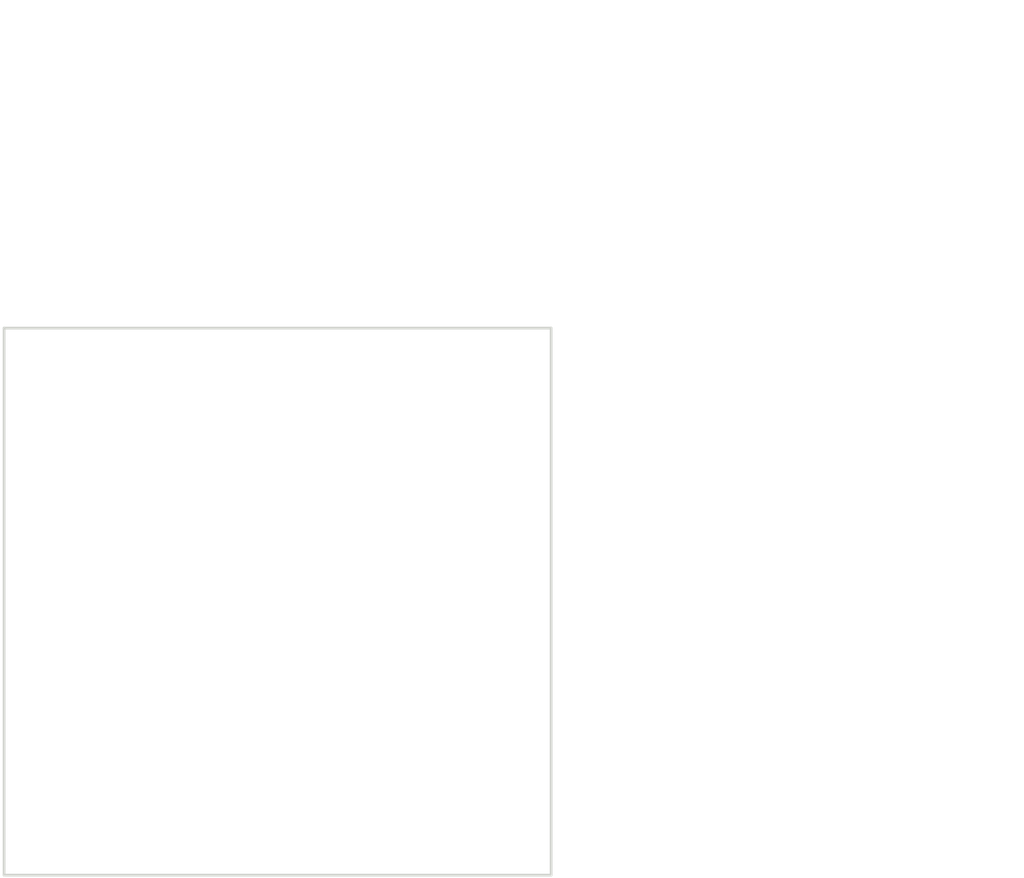
<source format=kicad_pcb>
(kicad_pcb (version 20171130) (host pcbnew 5.1.9+dfsg1-1+deb11u1)

  (general
    (thickness 1.6)
    (drawings 6)
    (tracks 0)
    (zones 0)
    (modules 0)
    (nets 1)
  )

  (page A4)
  (layers
    (0 F.Cu signal)
    (31 B.Cu signal)
    (32 B.Adhes user)
    (33 F.Adhes user)
    (34 B.Paste user)
    (35 F.Paste user)
    (36 B.SilkS user)
    (37 F.SilkS user)
    (38 B.Mask user)
    (39 F.Mask user)
    (40 Dwgs.User user)
    (41 Cmts.User user)
    (42 Eco1.User user)
    (43 Eco2.User user)
    (44 Edge.Cuts user)
    (45 Margin user)
    (46 B.CrtYd user)
    (47 F.CrtYd user)
    (48 B.Fab user)
    (49 F.Fab user)
  )

  (setup
    (last_trace_width 0.25)
    (trace_clearance 0.2)
    (zone_clearance 0.508)
    (zone_45_only no)
    (trace_min 0.2)
    (via_size 0.8)
    (via_drill 0.4)
    (via_min_size 0.4)
    (via_min_drill 0.3)
    (uvia_size 0.3)
    (uvia_drill 0.1)
    (uvias_allowed no)
    (uvia_min_size 0.2)
    (uvia_min_drill 0.1)
    (edge_width 0.05)
    (segment_width 0.2)
    (pcb_text_width 0.3)
    (pcb_text_size 1.5 1.5)
    (mod_edge_width 0.12)
    (mod_text_size 1 1)
    (mod_text_width 0.15)
    (pad_size 1.524 1.524)
    (pad_drill 0.762)
    (pad_to_mask_clearance 0)
    (aux_axis_origin 0 0)
    (visible_elements FFFFFF7F)
    (pcbplotparams
      (layerselection 0x010fc_ffffffff)
      (usegerberextensions false)
      (usegerberattributes true)
      (usegerberadvancedattributes true)
      (creategerberjobfile true)
      (excludeedgelayer true)
      (linewidth 0.100000)
      (plotframeref false)
      (viasonmask false)
      (mode 1)
      (useauxorigin false)
      (hpglpennumber 1)
      (hpglpenspeed 20)
      (hpglpendiameter 15.000000)
      (psnegative false)
      (psa4output false)
      (plotreference true)
      (plotvalue true)
      (plotinvisibletext false)
      (padsonsilk false)
      (subtractmaskfromsilk false)
      (outputformat 1)
      (mirror false)
      (drillshape 1)
      (scaleselection 1)
      (outputdirectory ""))
  )

  (net 0 "")

  (net_class Default "This is the default net class."
    (clearance 0.2)
    (trace_width 0.25)
    (via_dia 0.8)
    (via_drill 0.4)
    (uvia_dia 0.3)
    (uvia_drill 0.1)
  )

  (dimension 10 (width 0.15) (layer Dwgs.User)
    (gr_text "10.000 mm" (at 77.3 95 270) (layer Dwgs.User)
      (effects (font (size 1 1) (thickness 0.15)))
    )
    (feature1 (pts (xy 70 100) (xy 76.586421 100)))
    (feature2 (pts (xy 70 90) (xy 76.586421 90)))
    (crossbar (pts (xy 76 90) (xy 76 100)))
    (arrow1a (pts (xy 76 100) (xy 75.413579 98.873496)))
    (arrow1b (pts (xy 76 100) (xy 76.586421 98.873496)))
    (arrow2a (pts (xy 76 90) (xy 75.413579 91.126504)))
    (arrow2b (pts (xy 76 90) (xy 76.586421 91.126504)))
  )
  (dimension 10 (width 0.15) (layer Dwgs.User)
    (gr_text "10.000 " (at 65 84.7) (layer Dwgs.User)
      (effects (font (size 1 1) (thickness 0.15)))
    )
    (feature1 (pts (xy 70 90) (xy 70 85.413579)))
    (feature2 (pts (xy 60 90) (xy 60 85.413579)))
    (crossbar (pts (xy 60 86) (xy 70 86)))
    (arrow1a (pts (xy 70 86) (xy 68.873496 86.586421)))
    (arrow1b (pts (xy 70 86) (xy 68.873496 85.413579)))
    (arrow2a (pts (xy 60 86) (xy 61.126504 86.586421)))
    (arrow2b (pts (xy 60 86) (xy 61.126504 85.413579)))
  )
  (gr_line (start 60 90) (end 60 100) (layer Edge.Cuts) (width 0.05) (tstamp 63F8C60E))
  (gr_line (start 70 90) (end 60 90) (layer Edge.Cuts) (width 0.05))
  (gr_line (start 70 100) (end 70 90) (layer Edge.Cuts) (width 0.05))
  (gr_line (start 60 100) (end 70 100) (layer Edge.Cuts) (width 0.05))

)

</source>
